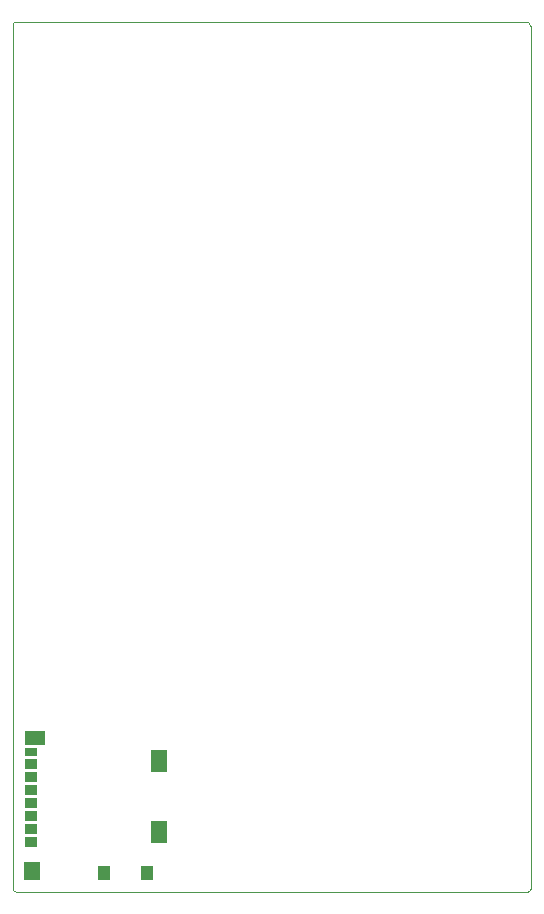
<source format=gtp>
%TF.GenerationSoftware,KiCad,Pcbnew,(5.1.10-1-10_14)*%
%TF.CreationDate,2021-10-09T12:14:23-05:00*%
%TF.ProjectId,bluepill_scsi,626c7565-7069-46c6-9c5f-736373692e6b,rev?*%
%TF.SameCoordinates,Original*%
%TF.FileFunction,Paste,Top*%
%TF.FilePolarity,Positive*%
%FSLAX46Y46*%
G04 Gerber Fmt 4.6, Leading zero omitted, Abs format (unit mm)*
G04 Created by KiCad (PCBNEW (5.1.10-1-10_14)) date 2021-10-09 12:14:23*
%MOMM*%
%LPD*%
G01*
G04 APERTURE LIST*
%TA.AperFunction,Profile*%
%ADD10C,0.050000*%
%TD*%
%ADD11R,1.350000X1.900000*%
%ADD12R,1.000000X1.200000*%
%ADD13R,1.350000X1.550000*%
%ADD14R,1.800000X1.170000*%
%ADD15R,1.100000X0.850000*%
%ADD16R,1.100000X0.750000*%
G04 APERTURE END LIST*
D10*
X125095000Y-169291000D02*
G75*
G02*
X124841000Y-169545000I-254000J0D01*
G01*
X81534000Y-169545000D02*
G75*
G02*
X81280000Y-169291000I0J254000D01*
G01*
X81280000Y-96139000D02*
G75*
G02*
X81534000Y-95885000I254000J0D01*
G01*
X124714000Y-95885000D02*
G75*
G02*
X125095000Y-96266000I0J-381000D01*
G01*
X81915000Y-169545000D02*
X81534000Y-169545000D01*
X81280000Y-168275000D02*
X81280000Y-169291000D01*
X124841000Y-169545000D02*
X81915000Y-169545000D01*
X125095000Y-168275000D02*
X125095000Y-169291000D01*
X124714000Y-95885000D02*
X81534000Y-95885000D01*
X125095000Y-168275000D02*
X125095000Y-96266000D01*
X81280000Y-168275000D02*
X81280000Y-96139000D01*
D11*
%TO.C,J5*%
X93599000Y-158495000D03*
X93599000Y-164465000D03*
D12*
X88924000Y-167965000D03*
X92624000Y-167965000D03*
D13*
X82899000Y-167790000D03*
D14*
X83124000Y-156470000D03*
D15*
X82774000Y-158730000D03*
X82774000Y-159830000D03*
X82774000Y-160930000D03*
X82774000Y-162030000D03*
X82774000Y-163130000D03*
X82774000Y-164230000D03*
D16*
X82774000Y-157680000D03*
D15*
X82774000Y-165330000D03*
%TD*%
M02*

</source>
